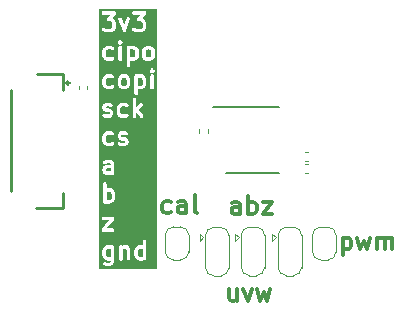
<source format=gbr>
%TF.GenerationSoftware,KiCad,Pcbnew,7.0.9*%
%TF.CreationDate,2024-01-18T20:35:56-05:00*%
%TF.ProjectId,mt6835-nema17,6d743638-3335-42d6-9e65-6d6131372e6b,rev?*%
%TF.SameCoordinates,PX85e0760PY599de50*%
%TF.FileFunction,Legend,Top*%
%TF.FilePolarity,Positive*%
%FSLAX46Y46*%
G04 Gerber Fmt 4.6, Leading zero omitted, Abs format (unit mm)*
G04 Created by KiCad (PCBNEW 7.0.9) date 2024-01-18 20:35:56*
%MOMM*%
%LPD*%
G01*
G04 APERTURE LIST*
%ADD10C,0.300000*%
%ADD11C,0.120000*%
%ADD12C,0.150000*%
%ADD13C,0.250000*%
G04 APERTURE END LIST*
D10*
X-6942632Y-6059400D02*
X-7085490Y-6130828D01*
X-7085490Y-6130828D02*
X-7371204Y-6130828D01*
X-7371204Y-6130828D02*
X-7514061Y-6059400D01*
X-7514061Y-6059400D02*
X-7585490Y-5987971D01*
X-7585490Y-5987971D02*
X-7656918Y-5845114D01*
X-7656918Y-5845114D02*
X-7656918Y-5416542D01*
X-7656918Y-5416542D02*
X-7585490Y-5273685D01*
X-7585490Y-5273685D02*
X-7514061Y-5202257D01*
X-7514061Y-5202257D02*
X-7371204Y-5130828D01*
X-7371204Y-5130828D02*
X-7085490Y-5130828D01*
X-7085490Y-5130828D02*
X-6942632Y-5202257D01*
X-5656918Y-6130828D02*
X-5656918Y-5345114D01*
X-5656918Y-5345114D02*
X-5728347Y-5202257D01*
X-5728347Y-5202257D02*
X-5871204Y-5130828D01*
X-5871204Y-5130828D02*
X-6156918Y-5130828D01*
X-6156918Y-5130828D02*
X-6299776Y-5202257D01*
X-5656918Y-6059400D02*
X-5799776Y-6130828D01*
X-5799776Y-6130828D02*
X-6156918Y-6130828D01*
X-6156918Y-6130828D02*
X-6299776Y-6059400D01*
X-6299776Y-6059400D02*
X-6371204Y-5916542D01*
X-6371204Y-5916542D02*
X-6371204Y-5773685D01*
X-6371204Y-5773685D02*
X-6299776Y-5630828D01*
X-6299776Y-5630828D02*
X-6156918Y-5559400D01*
X-6156918Y-5559400D02*
X-5799776Y-5559400D01*
X-5799776Y-5559400D02*
X-5656918Y-5487971D01*
X-4728347Y-6130828D02*
X-4871204Y-6059400D01*
X-4871204Y-6059400D02*
X-4942633Y-5916542D01*
X-4942633Y-5916542D02*
X-4942633Y-4630828D01*
X7594510Y-8200828D02*
X7594510Y-9700828D01*
X7594510Y-8272257D02*
X7737368Y-8200828D01*
X7737368Y-8200828D02*
X8023082Y-8200828D01*
X8023082Y-8200828D02*
X8165939Y-8272257D01*
X8165939Y-8272257D02*
X8237368Y-8343685D01*
X8237368Y-8343685D02*
X8308796Y-8486542D01*
X8308796Y-8486542D02*
X8308796Y-8915114D01*
X8308796Y-8915114D02*
X8237368Y-9057971D01*
X8237368Y-9057971D02*
X8165939Y-9129400D01*
X8165939Y-9129400D02*
X8023082Y-9200828D01*
X8023082Y-9200828D02*
X7737368Y-9200828D01*
X7737368Y-9200828D02*
X7594510Y-9129400D01*
X8808796Y-8200828D02*
X9094511Y-9200828D01*
X9094511Y-9200828D02*
X9380225Y-8486542D01*
X9380225Y-8486542D02*
X9665939Y-9200828D01*
X9665939Y-9200828D02*
X9951653Y-8200828D01*
X10523082Y-9200828D02*
X10523082Y-8200828D01*
X10523082Y-8343685D02*
X10594511Y-8272257D01*
X10594511Y-8272257D02*
X10737368Y-8200828D01*
X10737368Y-8200828D02*
X10951654Y-8200828D01*
X10951654Y-8200828D02*
X11094511Y-8272257D01*
X11094511Y-8272257D02*
X11165940Y-8415114D01*
X11165940Y-8415114D02*
X11165940Y-9200828D01*
X11165940Y-8415114D02*
X11237368Y-8272257D01*
X11237368Y-8272257D02*
X11380225Y-8200828D01*
X11380225Y-8200828D02*
X11594511Y-8200828D01*
X11594511Y-8200828D02*
X11737368Y-8272257D01*
X11737368Y-8272257D02*
X11808797Y-8415114D01*
X11808797Y-8415114D02*
X11808797Y-9200828D01*
X-1092632Y-6180828D02*
X-1092632Y-5395114D01*
X-1092632Y-5395114D02*
X-1164061Y-5252257D01*
X-1164061Y-5252257D02*
X-1306918Y-5180828D01*
X-1306918Y-5180828D02*
X-1592632Y-5180828D01*
X-1592632Y-5180828D02*
X-1735490Y-5252257D01*
X-1092632Y-6109400D02*
X-1235490Y-6180828D01*
X-1235490Y-6180828D02*
X-1592632Y-6180828D01*
X-1592632Y-6180828D02*
X-1735490Y-6109400D01*
X-1735490Y-6109400D02*
X-1806918Y-5966542D01*
X-1806918Y-5966542D02*
X-1806918Y-5823685D01*
X-1806918Y-5823685D02*
X-1735490Y-5680828D01*
X-1735490Y-5680828D02*
X-1592632Y-5609400D01*
X-1592632Y-5609400D02*
X-1235490Y-5609400D01*
X-1235490Y-5609400D02*
X-1092632Y-5537971D01*
X-378347Y-6180828D02*
X-378347Y-4680828D01*
X-378347Y-5252257D02*
X-235489Y-5180828D01*
X-235489Y-5180828D02*
X50225Y-5180828D01*
X50225Y-5180828D02*
X193082Y-5252257D01*
X193082Y-5252257D02*
X264511Y-5323685D01*
X264511Y-5323685D02*
X335939Y-5466542D01*
X335939Y-5466542D02*
X335939Y-5895114D01*
X335939Y-5895114D02*
X264511Y-6037971D01*
X264511Y-6037971D02*
X193082Y-6109400D01*
X193082Y-6109400D02*
X50225Y-6180828D01*
X50225Y-6180828D02*
X-235489Y-6180828D01*
X-235489Y-6180828D02*
X-378347Y-6109400D01*
X835939Y-5180828D02*
X1621654Y-5180828D01*
X1621654Y-5180828D02*
X835939Y-6180828D01*
X835939Y-6180828D02*
X1621654Y-6180828D01*
X-1372632Y-12550828D02*
X-1372632Y-13550828D01*
X-2015490Y-12550828D02*
X-2015490Y-13336542D01*
X-2015490Y-13336542D02*
X-1944061Y-13479400D01*
X-1944061Y-13479400D02*
X-1801204Y-13550828D01*
X-1801204Y-13550828D02*
X-1586918Y-13550828D01*
X-1586918Y-13550828D02*
X-1444061Y-13479400D01*
X-1444061Y-13479400D02*
X-1372632Y-13407971D01*
X-801204Y-12550828D02*
X-444061Y-13550828D01*
X-444061Y-13550828D02*
X-86918Y-12550828D01*
X341653Y-12550828D02*
X627368Y-13550828D01*
X627368Y-13550828D02*
X913082Y-12836542D01*
X913082Y-12836542D02*
X1198796Y-13550828D01*
X1198796Y-13550828D02*
X1484510Y-12550828D01*
G36*
X-12032632Y-9154962D02*
G01*
X-12032632Y-9826694D01*
X-12060899Y-9840828D01*
X-12275794Y-9840828D01*
X-12365208Y-9796121D01*
X-12402213Y-9759116D01*
X-12446918Y-9669704D01*
X-12446918Y-9311951D01*
X-12402213Y-9222540D01*
X-12365208Y-9185535D01*
X-12275794Y-9140828D01*
X-12060900Y-9140828D01*
X-12032632Y-9154962D01*
G37*
G36*
X-9318346Y-9154962D02*
G01*
X-9318346Y-9826694D01*
X-9346613Y-9840828D01*
X-9561508Y-9840828D01*
X-9650922Y-9796121D01*
X-9687927Y-9759116D01*
X-9732632Y-9669704D01*
X-9732632Y-9311951D01*
X-9687927Y-9222540D01*
X-9650922Y-9185535D01*
X-9561508Y-9140828D01*
X-9346614Y-9140828D01*
X-9318346Y-9154962D01*
G37*
G36*
X-12042914Y-4355535D02*
G01*
X-12005910Y-4392539D01*
X-11961204Y-4481951D01*
X-11961204Y-4839704D01*
X-12005911Y-4929117D01*
X-12042916Y-4966122D01*
X-12132328Y-5010828D01*
X-12347223Y-5010828D01*
X-12375490Y-4996694D01*
X-12375490Y-4324962D01*
X-12347222Y-4310828D01*
X-12132328Y-4310828D01*
X-12042914Y-4355535D01*
G37*
G36*
X-12032632Y-2581694D02*
G01*
X-12060899Y-2595828D01*
X-12347223Y-2595828D01*
X-12413686Y-2562597D01*
X-12446918Y-2496133D01*
X-12446918Y-2424094D01*
X-12413687Y-2357631D01*
X-12347223Y-2324400D01*
X-12032632Y-2324400D01*
X-12032632Y-2581694D01*
G37*
G36*
X-9400057Y5304465D02*
G01*
X-9363053Y5267461D01*
X-9318347Y5178049D01*
X-9318347Y4820296D01*
X-9363054Y4730883D01*
X-9400059Y4693878D01*
X-9489471Y4649172D01*
X-9704366Y4649172D01*
X-9732633Y4663306D01*
X-9732633Y5335038D01*
X-9704365Y5349172D01*
X-9489471Y5349172D01*
X-9400057Y5304465D01*
G37*
G36*
X-10757200Y5304465D02*
G01*
X-10720196Y5267461D01*
X-10675490Y5178049D01*
X-10675490Y4820296D01*
X-10720197Y4730883D01*
X-10757202Y4693878D01*
X-10846614Y4649172D01*
X-10990080Y4649172D01*
X-11079494Y4693879D01*
X-11116499Y4730884D01*
X-11161204Y4820296D01*
X-11161204Y5178049D01*
X-11116499Y5267460D01*
X-11079494Y5304465D01*
X-10990080Y5349172D01*
X-10846614Y5349172D01*
X-10757200Y5304465D01*
G37*
G36*
X-10042914Y7719465D02*
G01*
X-10005910Y7682461D01*
X-9961204Y7593049D01*
X-9961204Y7235296D01*
X-10005911Y7145883D01*
X-10042916Y7108878D01*
X-10132328Y7064172D01*
X-10347223Y7064172D01*
X-10375490Y7078306D01*
X-10375490Y7750038D01*
X-10347222Y7764172D01*
X-10132328Y7764172D01*
X-10042914Y7719465D01*
G37*
G36*
X-8685771Y7719465D02*
G01*
X-8648767Y7682461D01*
X-8604061Y7593049D01*
X-8604061Y7235296D01*
X-8648768Y7145883D01*
X-8685773Y7108878D01*
X-8775185Y7064172D01*
X-8918651Y7064172D01*
X-9008065Y7108879D01*
X-9045070Y7145884D01*
X-9089775Y7235296D01*
X-9089775Y7593049D01*
X-9045070Y7682460D01*
X-9008065Y7719465D01*
X-8918651Y7764172D01*
X-8775185Y7764172D01*
X-8685771Y7719465D01*
G37*
G36*
X-8089775Y-10855114D02*
G01*
X-13032633Y-10855114D01*
X-13032633Y-9705114D01*
X-12746918Y-9705114D01*
X-12737995Y-9738417D01*
X-12731082Y-9772196D01*
X-12659654Y-9915053D01*
X-12643631Y-9933122D01*
X-12631556Y-9954037D01*
X-12560127Y-10025466D01*
X-12539213Y-10037540D01*
X-12521143Y-10053564D01*
X-12378285Y-10124992D01*
X-12344510Y-10131903D01*
X-12311204Y-10140828D01*
X-12032632Y-10140828D01*
X-12032632Y-10169703D01*
X-12077339Y-10259116D01*
X-12114345Y-10296122D01*
X-12203757Y-10340828D01*
X-12347223Y-10340828D01*
X-12458409Y-10285236D01*
X-12534478Y-10269669D01*
X-12608139Y-10294224D01*
X-12659654Y-10352319D01*
X-12675221Y-10428388D01*
X-12650666Y-10502049D01*
X-12592571Y-10553564D01*
X-12449713Y-10624993D01*
X-12415929Y-10631906D01*
X-12382632Y-10640828D01*
X-12168347Y-10640828D01*
X-12135044Y-10631904D01*
X-12101265Y-10624992D01*
X-11958408Y-10553564D01*
X-11940339Y-10537540D01*
X-11919424Y-10525466D01*
X-11847995Y-10454037D01*
X-11835920Y-10433121D01*
X-11819897Y-10415053D01*
X-11748468Y-10272197D01*
X-11741555Y-10238414D01*
X-11732632Y-10205114D01*
X-11732632Y-9990828D01*
X-11318347Y-9990828D01*
X-11298251Y-10065828D01*
X-11243347Y-10120732D01*
X-11168347Y-10140828D01*
X-11093347Y-10120732D01*
X-11038443Y-10065828D01*
X-11018347Y-9990828D01*
X-11018347Y-9195817D01*
X-11008065Y-9185535D01*
X-10918651Y-9140828D01*
X-10775185Y-9140828D01*
X-10708721Y-9174060D01*
X-10675489Y-9240524D01*
X-10675489Y-9990828D01*
X-10655393Y-10065828D01*
X-10600489Y-10120732D01*
X-10525489Y-10140828D01*
X-10450489Y-10120732D01*
X-10395585Y-10065828D01*
X-10375489Y-9990828D01*
X-10375489Y-9705114D01*
X-10032632Y-9705114D01*
X-10023709Y-9738417D01*
X-10016796Y-9772196D01*
X-9945368Y-9915053D01*
X-9929345Y-9933122D01*
X-9917270Y-9954037D01*
X-9845841Y-10025466D01*
X-9824927Y-10037540D01*
X-9806857Y-10053564D01*
X-9663999Y-10124992D01*
X-9630224Y-10131903D01*
X-9596918Y-10140828D01*
X-9311204Y-10140828D01*
X-9277899Y-10131903D01*
X-9244123Y-10124992D01*
X-9238305Y-10122082D01*
X-9168346Y-10140828D01*
X-9093346Y-10120732D01*
X-9038442Y-10065828D01*
X-9018346Y-9990828D01*
X-9018346Y-8490828D01*
X-9038442Y-8415828D01*
X-9093346Y-8360924D01*
X-9168346Y-8340828D01*
X-9243346Y-8360924D01*
X-9298250Y-8415828D01*
X-9318346Y-8490828D01*
X-9318346Y-8840828D01*
X-9596918Y-8840828D01*
X-9630219Y-8849750D01*
X-9664001Y-8856664D01*
X-9806857Y-8928093D01*
X-9824926Y-8944115D01*
X-9845840Y-8956190D01*
X-9917269Y-9027618D01*
X-9929345Y-9048533D01*
X-9945368Y-9066603D01*
X-10016796Y-9209460D01*
X-10023709Y-9243238D01*
X-10032632Y-9276542D01*
X-10032632Y-9705114D01*
X-10375489Y-9705114D01*
X-10375489Y-9205114D01*
X-10384412Y-9171813D01*
X-10391325Y-9138031D01*
X-10462754Y-8995175D01*
X-10468841Y-8988311D01*
X-10471741Y-8979609D01*
X-10494282Y-8959620D01*
X-10514270Y-8937080D01*
X-10522973Y-8934179D01*
X-10529836Y-8928093D01*
X-10672693Y-8856664D01*
X-10706474Y-8849751D01*
X-10739775Y-8840828D01*
X-10954061Y-8840828D01*
X-10987362Y-8849750D01*
X-11021144Y-8856664D01*
X-11072120Y-8882151D01*
X-11093347Y-8860924D01*
X-11168347Y-8840828D01*
X-11243347Y-8860924D01*
X-11298251Y-8915828D01*
X-11318347Y-8990828D01*
X-11318347Y-9990828D01*
X-11732632Y-9990828D01*
X-11732632Y-8990828D01*
X-11752728Y-8915828D01*
X-11807632Y-8860924D01*
X-11882632Y-8840828D01*
X-11952590Y-8859573D01*
X-11958408Y-8856664D01*
X-11992189Y-8849751D01*
X-12025490Y-8840828D01*
X-12311204Y-8840828D01*
X-12344505Y-8849750D01*
X-12378287Y-8856664D01*
X-12521143Y-8928093D01*
X-12539212Y-8944115D01*
X-12560126Y-8956190D01*
X-12631555Y-9027618D01*
X-12643631Y-9048533D01*
X-12659654Y-9066603D01*
X-12731082Y-9209460D01*
X-12737995Y-9243238D01*
X-12746918Y-9276542D01*
X-12746918Y-9705114D01*
X-13032633Y-9705114D01*
X-13032633Y-7575828D01*
X-12818347Y-7575828D01*
X-12810973Y-7603348D01*
X-12807578Y-7631637D01*
X-12801064Y-7640331D01*
X-12798251Y-7650828D01*
X-12778104Y-7670975D01*
X-12761020Y-7693776D01*
X-12751031Y-7698048D01*
X-12743347Y-7705732D01*
X-12715830Y-7713105D01*
X-12689631Y-7724311D01*
X-12678842Y-7723016D01*
X-12668347Y-7725828D01*
X-11882632Y-7725828D01*
X-11807632Y-7705732D01*
X-11752728Y-7650828D01*
X-11732632Y-7575828D01*
X-11752728Y-7500828D01*
X-11807632Y-7445924D01*
X-11882632Y-7425828D01*
X-12359727Y-7425828D01*
X-11764684Y-6668501D01*
X-11760412Y-6658511D01*
X-11752728Y-6650828D01*
X-11745355Y-6623310D01*
X-11734149Y-6597112D01*
X-11735444Y-6586322D01*
X-11732632Y-6575828D01*
X-11740007Y-6548307D01*
X-11743401Y-6520019D01*
X-11749916Y-6511324D01*
X-11752728Y-6500828D01*
X-11772876Y-6480680D01*
X-11789959Y-6457880D01*
X-11799949Y-6453607D01*
X-11807632Y-6445924D01*
X-11835150Y-6438550D01*
X-11861348Y-6427345D01*
X-11872138Y-6428639D01*
X-11882632Y-6425828D01*
X-12668347Y-6425828D01*
X-12743347Y-6445924D01*
X-12798251Y-6500828D01*
X-12818347Y-6575828D01*
X-12798251Y-6650828D01*
X-12743347Y-6705732D01*
X-12668347Y-6725828D01*
X-12191252Y-6725828D01*
X-12786295Y-7483155D01*
X-12790568Y-7493144D01*
X-12798251Y-7500828D01*
X-12805625Y-7528345D01*
X-12816830Y-7554544D01*
X-12815536Y-7565333D01*
X-12818347Y-7575828D01*
X-13032633Y-7575828D01*
X-13032633Y-5160828D01*
X-12675490Y-5160828D01*
X-12655394Y-5235828D01*
X-12600490Y-5290732D01*
X-12525490Y-5310828D01*
X-12455533Y-5292083D01*
X-12449713Y-5294993D01*
X-12415929Y-5301906D01*
X-12382632Y-5310828D01*
X-12096918Y-5310828D01*
X-12063615Y-5301904D01*
X-12029836Y-5294992D01*
X-11886979Y-5223564D01*
X-11868910Y-5207540D01*
X-11847995Y-5195466D01*
X-11776566Y-5124037D01*
X-11764492Y-5103122D01*
X-11748468Y-5085053D01*
X-11677040Y-4942195D01*
X-11670129Y-4908419D01*
X-11661204Y-4875114D01*
X-11661204Y-4446542D01*
X-11670129Y-4413236D01*
X-11677040Y-4379461D01*
X-11748468Y-4236603D01*
X-11764492Y-4218533D01*
X-11776567Y-4197618D01*
X-11847996Y-4126190D01*
X-11868911Y-4114115D01*
X-11886979Y-4098093D01*
X-12029836Y-4026664D01*
X-12063617Y-4019751D01*
X-12096918Y-4010828D01*
X-12375490Y-4010828D01*
X-12375490Y-3660828D01*
X-12395586Y-3585828D01*
X-12450490Y-3530924D01*
X-12525490Y-3510828D01*
X-12600490Y-3530924D01*
X-12655394Y-3585828D01*
X-12675490Y-3660828D01*
X-12675490Y-5160828D01*
X-13032633Y-5160828D01*
X-13032633Y-2531542D01*
X-12746918Y-2531542D01*
X-12737994Y-2564847D01*
X-12731082Y-2598623D01*
X-12659654Y-2741482D01*
X-12653567Y-2748346D01*
X-12650666Y-2757049D01*
X-12628131Y-2777032D01*
X-12608139Y-2799577D01*
X-12599434Y-2802478D01*
X-12592571Y-2808564D01*
X-12449713Y-2879993D01*
X-12415929Y-2886906D01*
X-12382632Y-2895828D01*
X-12025490Y-2895828D01*
X-11992185Y-2886903D01*
X-11958409Y-2879992D01*
X-11952591Y-2877082D01*
X-11882632Y-2895828D01*
X-11807632Y-2875732D01*
X-11752728Y-2820828D01*
X-11732632Y-2745828D01*
X-11732632Y-1960114D01*
X-11741555Y-1926813D01*
X-11748468Y-1893031D01*
X-11819897Y-1750175D01*
X-11825984Y-1743311D01*
X-11828884Y-1734609D01*
X-11851425Y-1714620D01*
X-11871413Y-1692080D01*
X-11880116Y-1689179D01*
X-11886979Y-1683093D01*
X-12029836Y-1611664D01*
X-12063617Y-1604751D01*
X-12096918Y-1595828D01*
X-12382632Y-1595828D01*
X-12415934Y-1604751D01*
X-12449714Y-1611664D01*
X-12592572Y-1683093D01*
X-12650667Y-1734608D01*
X-12675221Y-1808270D01*
X-12659654Y-1884339D01*
X-12608139Y-1942434D01*
X-12534477Y-1966988D01*
X-12458408Y-1951421D01*
X-12347222Y-1895828D01*
X-12132328Y-1895828D01*
X-12065864Y-1929060D01*
X-12032632Y-1995524D01*
X-12032632Y-2010266D01*
X-12060900Y-2024400D01*
X-12382632Y-2024400D01*
X-12415929Y-2033321D01*
X-12449713Y-2040235D01*
X-12592571Y-2111664D01*
X-12599434Y-2117749D01*
X-12608139Y-2120651D01*
X-12628131Y-2143195D01*
X-12650666Y-2163179D01*
X-12653567Y-2171881D01*
X-12659654Y-2178746D01*
X-12731082Y-2321603D01*
X-12737995Y-2355381D01*
X-12746918Y-2388685D01*
X-12746918Y-2531542D01*
X-13032633Y-2531542D01*
X-13032633Y-45114D01*
X-12746918Y-45114D01*
X-12737995Y-78417D01*
X-12731082Y-112196D01*
X-12659654Y-255053D01*
X-12643631Y-273122D01*
X-12631556Y-294037D01*
X-12560127Y-365466D01*
X-12539213Y-377540D01*
X-12521143Y-393564D01*
X-12378285Y-464992D01*
X-12344510Y-471903D01*
X-12311204Y-480828D01*
X-12025490Y-480828D01*
X-11992185Y-471903D01*
X-11958409Y-464992D01*
X-11815550Y-393564D01*
X-11757455Y-342049D01*
X-11732901Y-268388D01*
X-11748467Y-192319D01*
X-11799982Y-134223D01*
X-11873644Y-109669D01*
X-11949713Y-125235D01*
X-12060899Y-180828D01*
X-12275794Y-180828D01*
X-12365208Y-136121D01*
X-12402213Y-99116D01*
X-12446918Y-9704D01*
X-12446918Y348049D01*
X-12429214Y383458D01*
X-11461204Y383458D01*
X-11452280Y350153D01*
X-11445368Y316377D01*
X-11373940Y173518D01*
X-11367853Y166654D01*
X-11364952Y157951D01*
X-11342417Y137968D01*
X-11322425Y115423D01*
X-11313720Y112522D01*
X-11306857Y106436D01*
X-11163999Y35007D01*
X-11130215Y28094D01*
X-11096918Y19172D01*
X-10918043Y19172D01*
X-10851579Y-14060D01*
X-10818347Y-80524D01*
X-10818347Y-81132D01*
X-10851580Y-147596D01*
X-10918043Y-180828D01*
X-11132937Y-180828D01*
X-11244122Y-125236D01*
X-11320192Y-109669D01*
X-11393853Y-134223D01*
X-11445368Y-192318D01*
X-11460935Y-268388D01*
X-11436381Y-342049D01*
X-11378286Y-393564D01*
X-11235428Y-464992D01*
X-11201653Y-471903D01*
X-11168347Y-480828D01*
X-10882633Y-480828D01*
X-10849330Y-471904D01*
X-10815551Y-464992D01*
X-10672694Y-393564D01*
X-10665832Y-387478D01*
X-10657127Y-384577D01*
X-10637140Y-362036D01*
X-10614599Y-342049D01*
X-10611698Y-333344D01*
X-10605612Y-326482D01*
X-10534183Y-183624D01*
X-10527271Y-149843D01*
X-10518347Y-116542D01*
X-10518347Y-45114D01*
X-10527270Y-11813D01*
X-10534183Y21969D01*
X-10605612Y164825D01*
X-10611699Y171689D01*
X-10614599Y180391D01*
X-10637140Y200380D01*
X-10657128Y222920D01*
X-10665831Y225821D01*
X-10672694Y231907D01*
X-10815551Y303336D01*
X-10849332Y310249D01*
X-10882633Y319172D01*
X-11061509Y319172D01*
X-11127972Y352403D01*
X-11161204Y418867D01*
X-11161204Y419477D01*
X-11127973Y485940D01*
X-11061508Y519172D01*
X-10918043Y519172D01*
X-10806859Y463579D01*
X-10730789Y448012D01*
X-10657128Y472566D01*
X-10605612Y530661D01*
X-10590045Y606730D01*
X-10614599Y680391D01*
X-10672694Y731907D01*
X-10815551Y803336D01*
X-10849332Y810249D01*
X-10882633Y819172D01*
X-11096918Y819172D01*
X-11130220Y810249D01*
X-11164000Y803336D01*
X-11306858Y731907D01*
X-11313721Y725822D01*
X-11322425Y722920D01*
X-11342413Y700380D01*
X-11364953Y680392D01*
X-11367855Y671688D01*
X-11373940Y664825D01*
X-11445368Y521968D01*
X-11452281Y488190D01*
X-11461204Y454886D01*
X-11461204Y383458D01*
X-12429214Y383458D01*
X-12402213Y437460D01*
X-12365208Y474465D01*
X-12275794Y519172D01*
X-12060900Y519172D01*
X-11949714Y463579D01*
X-11873645Y448012D01*
X-11799983Y472566D01*
X-11748468Y530661D01*
X-11732901Y606730D01*
X-11757455Y680392D01*
X-11815550Y731907D01*
X-11958408Y803336D01*
X-11992189Y810249D01*
X-12025490Y819172D01*
X-12311204Y819172D01*
X-12344505Y810250D01*
X-12378287Y803336D01*
X-12521143Y731907D01*
X-12539212Y715885D01*
X-12560126Y703810D01*
X-12631555Y632382D01*
X-12643631Y611467D01*
X-12659654Y593397D01*
X-12731082Y450540D01*
X-12737995Y416762D01*
X-12746918Y383458D01*
X-12746918Y-45114D01*
X-13032633Y-45114D01*
X-13032633Y2798458D01*
X-12746918Y2798458D01*
X-12737994Y2765153D01*
X-12731082Y2731377D01*
X-12659654Y2588518D01*
X-12653567Y2581654D01*
X-12650666Y2572951D01*
X-12628131Y2552968D01*
X-12608139Y2530423D01*
X-12599434Y2527522D01*
X-12592571Y2521436D01*
X-12449713Y2450007D01*
X-12415929Y2443094D01*
X-12382632Y2434172D01*
X-12203757Y2434172D01*
X-12137293Y2400940D01*
X-12104061Y2334476D01*
X-12104061Y2333868D01*
X-12137294Y2267404D01*
X-12203757Y2234172D01*
X-12418651Y2234172D01*
X-12529836Y2289764D01*
X-12605906Y2305331D01*
X-12679567Y2280777D01*
X-12731082Y2222682D01*
X-12746649Y2146612D01*
X-12722095Y2072951D01*
X-12664000Y2021436D01*
X-12521142Y1950008D01*
X-12487367Y1943097D01*
X-12454061Y1934172D01*
X-12168347Y1934172D01*
X-12135044Y1943096D01*
X-12101265Y1950008D01*
X-11958408Y2021436D01*
X-11951546Y2027522D01*
X-11942841Y2030423D01*
X-11922854Y2052964D01*
X-11900313Y2072951D01*
X-11897412Y2081656D01*
X-11891326Y2088518D01*
X-11819897Y2231376D01*
X-11812985Y2265157D01*
X-11804061Y2298458D01*
X-11804061Y2369886D01*
X-11532632Y2369886D01*
X-11523709Y2336583D01*
X-11516796Y2302804D01*
X-11445368Y2159947D01*
X-11429345Y2141878D01*
X-11417270Y2120963D01*
X-11345841Y2049534D01*
X-11324927Y2037460D01*
X-11306857Y2021436D01*
X-11163999Y1950008D01*
X-11130224Y1943097D01*
X-11096918Y1934172D01*
X-10811204Y1934172D01*
X-10777899Y1943097D01*
X-10744123Y1950008D01*
X-10601264Y2021436D01*
X-10543169Y2072951D01*
X-10539429Y2084172D01*
X-10175490Y2084172D01*
X-10155394Y2009172D01*
X-10100490Y1954268D01*
X-10025490Y1934172D01*
X-9950490Y1954268D01*
X-9895586Y2009172D01*
X-9875490Y2084172D01*
X-9875490Y2396078D01*
X-9574061Y1994172D01*
X-9512984Y1946230D01*
X-9436119Y1935249D01*
X-9364061Y1964172D01*
X-9316119Y2025249D01*
X-9305138Y2102114D01*
X-9334061Y2174172D01*
X-9684576Y2641526D01*
X-9347995Y2978106D01*
X-9309172Y3045349D01*
X-9309172Y3122995D01*
X-9347995Y3190238D01*
X-9415238Y3229061D01*
X-9492884Y3229061D01*
X-9560127Y3190238D01*
X-9875490Y2874875D01*
X-9875490Y3584172D01*
X-9895586Y3659172D01*
X-9950490Y3714076D01*
X-10025490Y3734172D01*
X-10100490Y3714076D01*
X-10155394Y3659172D01*
X-10175490Y3584172D01*
X-10175490Y2084172D01*
X-10539429Y2084172D01*
X-10518615Y2146612D01*
X-10534181Y2222681D01*
X-10585696Y2280777D01*
X-10659358Y2305331D01*
X-10735427Y2289765D01*
X-10846613Y2234172D01*
X-11061508Y2234172D01*
X-11150922Y2278879D01*
X-11187927Y2315884D01*
X-11232632Y2405296D01*
X-11232632Y2763049D01*
X-11187927Y2852460D01*
X-11150922Y2889465D01*
X-11061508Y2934172D01*
X-10846614Y2934172D01*
X-10735428Y2878579D01*
X-10659359Y2863012D01*
X-10585697Y2887566D01*
X-10534182Y2945661D01*
X-10518615Y3021730D01*
X-10543169Y3095392D01*
X-10601264Y3146907D01*
X-10744122Y3218336D01*
X-10777903Y3225249D01*
X-10811204Y3234172D01*
X-11096918Y3234172D01*
X-11130219Y3225250D01*
X-11164001Y3218336D01*
X-11306857Y3146907D01*
X-11324926Y3130885D01*
X-11345840Y3118810D01*
X-11417269Y3047382D01*
X-11429345Y3026467D01*
X-11445368Y3008397D01*
X-11516796Y2865540D01*
X-11523709Y2831762D01*
X-11532632Y2798458D01*
X-11532632Y2369886D01*
X-11804061Y2369886D01*
X-11812984Y2403187D01*
X-11819897Y2436969D01*
X-11891326Y2579825D01*
X-11897413Y2586689D01*
X-11900313Y2595391D01*
X-11922854Y2615380D01*
X-11942842Y2637920D01*
X-11951545Y2640821D01*
X-11958408Y2646907D01*
X-12101265Y2718336D01*
X-12135046Y2725249D01*
X-12168347Y2734172D01*
X-12347223Y2734172D01*
X-12413686Y2767403D01*
X-12446918Y2833867D01*
X-12446918Y2834477D01*
X-12413687Y2900940D01*
X-12347222Y2934172D01*
X-12203757Y2934172D01*
X-12092573Y2878579D01*
X-12016503Y2863012D01*
X-11942842Y2887566D01*
X-11891326Y2945661D01*
X-11875759Y3021730D01*
X-11900313Y3095391D01*
X-11958408Y3146907D01*
X-12101265Y3218336D01*
X-12135046Y3225249D01*
X-12168347Y3234172D01*
X-12382632Y3234172D01*
X-12415934Y3225249D01*
X-12449714Y3218336D01*
X-12592572Y3146907D01*
X-12599435Y3140822D01*
X-12608139Y3137920D01*
X-12628127Y3115380D01*
X-12650667Y3095392D01*
X-12653569Y3086688D01*
X-12659654Y3079825D01*
X-12731082Y2936968D01*
X-12737995Y2903190D01*
X-12746918Y2869886D01*
X-12746918Y2798458D01*
X-13032633Y2798458D01*
X-13032633Y3999172D01*
X-10032633Y3999172D01*
X-10012537Y3924172D01*
X-9957633Y3869268D01*
X-9882633Y3849172D01*
X-9807633Y3869268D01*
X-9752729Y3924172D01*
X-9732633Y3999172D01*
X-9732633Y4349172D01*
X-9454061Y4349172D01*
X-9420758Y4358096D01*
X-9386979Y4365008D01*
X-9244122Y4436436D01*
X-9226053Y4452460D01*
X-9205138Y4464534D01*
X-9170500Y4499172D01*
X-8675490Y4499172D01*
X-8655394Y4424172D01*
X-8600490Y4369268D01*
X-8525490Y4349172D01*
X-8450490Y4369268D01*
X-8395586Y4424172D01*
X-8375490Y4499172D01*
X-8375490Y5499172D01*
X-8395586Y5574172D01*
X-8450490Y5629076D01*
X-8525490Y5649172D01*
X-8600490Y5629076D01*
X-8655394Y5574172D01*
X-8675490Y5499172D01*
X-8675490Y4499172D01*
X-9170500Y4499172D01*
X-9133709Y4535963D01*
X-9121635Y4556878D01*
X-9105611Y4574947D01*
X-9034183Y4717805D01*
X-9027272Y4751581D01*
X-9018347Y4784886D01*
X-9018347Y5213458D01*
X-9027272Y5246764D01*
X-9034183Y5280539D01*
X-9105611Y5423397D01*
X-9121635Y5441467D01*
X-9133710Y5462382D01*
X-9205139Y5533810D01*
X-9226054Y5545885D01*
X-9244122Y5561907D01*
X-9386979Y5633336D01*
X-9420760Y5640249D01*
X-9454061Y5649172D01*
X-9739775Y5649172D01*
X-9773077Y5640249D01*
X-9806857Y5633336D01*
X-9812676Y5630427D01*
X-9882633Y5649172D01*
X-9957633Y5629076D01*
X-10012537Y5574172D01*
X-10032633Y5499172D01*
X-10032633Y3999172D01*
X-13032633Y3999172D01*
X-13032633Y4784886D01*
X-12746918Y4784886D01*
X-12737995Y4751583D01*
X-12731082Y4717804D01*
X-12659654Y4574947D01*
X-12643631Y4556878D01*
X-12631556Y4535963D01*
X-12560127Y4464534D01*
X-12539213Y4452460D01*
X-12521143Y4436436D01*
X-12378285Y4365008D01*
X-12344510Y4358097D01*
X-12311204Y4349172D01*
X-12025490Y4349172D01*
X-11992185Y4358097D01*
X-11958409Y4365008D01*
X-11815550Y4436436D01*
X-11757455Y4487951D01*
X-11732901Y4561612D01*
X-11748467Y4637681D01*
X-11799982Y4695777D01*
X-11873644Y4720331D01*
X-11949713Y4704765D01*
X-12060899Y4649172D01*
X-12275794Y4649172D01*
X-12365208Y4693879D01*
X-12402213Y4730884D01*
X-12429213Y4784886D01*
X-11461204Y4784886D01*
X-11452281Y4751583D01*
X-11445368Y4717804D01*
X-11373940Y4574947D01*
X-11357917Y4556878D01*
X-11345842Y4535963D01*
X-11274413Y4464534D01*
X-11253499Y4452460D01*
X-11235429Y4436436D01*
X-11092571Y4365008D01*
X-11058796Y4358097D01*
X-11025490Y4349172D01*
X-10811204Y4349172D01*
X-10777901Y4358096D01*
X-10744122Y4365008D01*
X-10601265Y4436436D01*
X-10583196Y4452460D01*
X-10562281Y4464534D01*
X-10490852Y4535963D01*
X-10478778Y4556878D01*
X-10462754Y4574947D01*
X-10391326Y4717805D01*
X-10384415Y4751581D01*
X-10375490Y4784886D01*
X-10375490Y5213458D01*
X-10384415Y5246764D01*
X-10391326Y5280539D01*
X-10462754Y5423397D01*
X-10478778Y5441467D01*
X-10490853Y5462382D01*
X-10562282Y5533810D01*
X-10583197Y5545885D01*
X-10601265Y5561907D01*
X-10744122Y5633336D01*
X-10777903Y5640249D01*
X-10811204Y5649172D01*
X-11025490Y5649172D01*
X-11058791Y5640250D01*
X-11092573Y5633336D01*
X-11235429Y5561907D01*
X-11253498Y5545885D01*
X-11274412Y5533810D01*
X-11345841Y5462382D01*
X-11357917Y5441467D01*
X-11373940Y5423397D01*
X-11445368Y5280540D01*
X-11452281Y5246762D01*
X-11461204Y5213458D01*
X-11461204Y4784886D01*
X-12429213Y4784886D01*
X-12446918Y4820296D01*
X-12446918Y5178049D01*
X-12402213Y5267460D01*
X-12365208Y5304465D01*
X-12275794Y5349172D01*
X-12060900Y5349172D01*
X-11949714Y5293579D01*
X-11873645Y5278012D01*
X-11799983Y5302566D01*
X-11748468Y5360661D01*
X-11732901Y5436730D01*
X-11757455Y5510392D01*
X-11815550Y5561907D01*
X-11958408Y5633336D01*
X-11992189Y5640249D01*
X-12025490Y5649172D01*
X-12311204Y5649172D01*
X-12344505Y5640250D01*
X-12378287Y5633336D01*
X-12521143Y5561907D01*
X-12539212Y5545885D01*
X-12560126Y5533810D01*
X-12631555Y5462382D01*
X-12643631Y5441467D01*
X-12659654Y5423397D01*
X-12731082Y5280540D01*
X-12737995Y5246762D01*
X-12746918Y5213458D01*
X-12746918Y4784886D01*
X-13032633Y4784886D01*
X-13032633Y5888919D01*
X-8741807Y5888919D01*
X-8722982Y5856315D01*
X-8702984Y5821677D01*
X-8631556Y5750249D01*
X-8631554Y5750248D01*
X-8614455Y5740376D01*
X-8600490Y5726411D01*
X-8581417Y5721301D01*
X-8564314Y5711426D01*
X-8564313Y5711426D01*
X-8544565Y5711426D01*
X-8525490Y5706315D01*
X-8506415Y5711426D01*
X-8486667Y5711426D01*
X-8469565Y5721300D01*
X-8450490Y5726411D01*
X-8436527Y5740375D01*
X-8419425Y5750248D01*
X-8347996Y5821676D01*
X-8347994Y5821678D01*
X-8327997Y5856315D01*
X-8309172Y5888919D01*
X-8309172Y5966565D01*
X-8309172Y5966566D01*
X-8347995Y6033809D01*
X-8419424Y6105238D01*
X-8419425Y6105239D01*
X-8436527Y6115113D01*
X-8450490Y6129076D01*
X-8469565Y6134188D01*
X-8486667Y6144061D01*
X-8486668Y6144061D01*
X-8506415Y6144061D01*
X-8525490Y6149172D01*
X-8544565Y6144061D01*
X-8564314Y6144061D01*
X-8581417Y6134187D01*
X-8600490Y6129076D01*
X-8614455Y6115112D01*
X-8631556Y6105238D01*
X-8631557Y6105238D01*
X-8631557Y6105237D01*
X-8702984Y6033809D01*
X-8741807Y5966566D01*
X-8741807Y5966565D01*
X-8741807Y5888919D01*
X-13032633Y5888919D01*
X-13032633Y6414172D01*
X-10675490Y6414172D01*
X-10655394Y6339172D01*
X-10600490Y6284268D01*
X-10525490Y6264172D01*
X-10450490Y6284268D01*
X-10395586Y6339172D01*
X-10375490Y6414172D01*
X-10375490Y6764172D01*
X-10096918Y6764172D01*
X-10063615Y6773096D01*
X-10029836Y6780008D01*
X-9886979Y6851436D01*
X-9868910Y6867460D01*
X-9847995Y6879534D01*
X-9776566Y6950963D01*
X-9764492Y6971878D01*
X-9748468Y6989947D01*
X-9677040Y7132805D01*
X-9670129Y7166581D01*
X-9661204Y7199886D01*
X-9389775Y7199886D01*
X-9380852Y7166583D01*
X-9373939Y7132804D01*
X-9302511Y6989947D01*
X-9286488Y6971878D01*
X-9274413Y6950963D01*
X-9202984Y6879534D01*
X-9182070Y6867460D01*
X-9164000Y6851436D01*
X-9021142Y6780008D01*
X-8987367Y6773097D01*
X-8954061Y6764172D01*
X-8739775Y6764172D01*
X-8706472Y6773096D01*
X-8672693Y6780008D01*
X-8529836Y6851436D01*
X-8511767Y6867460D01*
X-8490852Y6879534D01*
X-8419423Y6950963D01*
X-8407349Y6971878D01*
X-8391325Y6989947D01*
X-8319897Y7132805D01*
X-8312986Y7166581D01*
X-8304061Y7199886D01*
X-8304061Y7628458D01*
X-8312986Y7661764D01*
X-8319897Y7695539D01*
X-8391325Y7838397D01*
X-8407349Y7856467D01*
X-8419424Y7877382D01*
X-8490853Y7948810D01*
X-8511768Y7960885D01*
X-8529836Y7976907D01*
X-8672693Y8048336D01*
X-8706474Y8055249D01*
X-8739775Y8064172D01*
X-8954061Y8064172D01*
X-8987362Y8055250D01*
X-9021144Y8048336D01*
X-9164000Y7976907D01*
X-9182069Y7960885D01*
X-9202983Y7948810D01*
X-9274412Y7877382D01*
X-9286488Y7856467D01*
X-9302511Y7838397D01*
X-9373939Y7695540D01*
X-9380852Y7661762D01*
X-9389775Y7628458D01*
X-9389775Y7199886D01*
X-9661204Y7199886D01*
X-9661204Y7628458D01*
X-9670129Y7661764D01*
X-9677040Y7695539D01*
X-9748468Y7838397D01*
X-9764492Y7856467D01*
X-9776567Y7877382D01*
X-9847996Y7948810D01*
X-9868911Y7960885D01*
X-9886979Y7976907D01*
X-10029836Y8048336D01*
X-10063617Y8055249D01*
X-10096918Y8064172D01*
X-10382632Y8064172D01*
X-10415934Y8055249D01*
X-10449714Y8048336D01*
X-10455533Y8045427D01*
X-10525490Y8064172D01*
X-10600490Y8044076D01*
X-10655394Y7989172D01*
X-10675490Y7914172D01*
X-10675490Y6414172D01*
X-13032633Y6414172D01*
X-13032633Y7199886D01*
X-12746918Y7199886D01*
X-12737995Y7166583D01*
X-12731082Y7132804D01*
X-12659654Y6989947D01*
X-12643631Y6971878D01*
X-12631556Y6950963D01*
X-12560127Y6879534D01*
X-12539213Y6867460D01*
X-12521143Y6851436D01*
X-12378285Y6780008D01*
X-12344510Y6773097D01*
X-12311204Y6764172D01*
X-12025490Y6764172D01*
X-11992185Y6773097D01*
X-11958409Y6780008D01*
X-11815550Y6851436D01*
X-11757455Y6902951D01*
X-11753715Y6914172D01*
X-11389776Y6914172D01*
X-11369680Y6839172D01*
X-11314776Y6784268D01*
X-11239776Y6764172D01*
X-11164776Y6784268D01*
X-11109872Y6839172D01*
X-11089776Y6914172D01*
X-11089776Y7914172D01*
X-11109872Y7989172D01*
X-11164776Y8044076D01*
X-11239776Y8064172D01*
X-11314776Y8044076D01*
X-11369680Y7989172D01*
X-11389776Y7914172D01*
X-11389776Y6914172D01*
X-11753715Y6914172D01*
X-11732901Y6976612D01*
X-11748467Y7052681D01*
X-11799982Y7110777D01*
X-11873644Y7135331D01*
X-11949713Y7119765D01*
X-12060899Y7064172D01*
X-12275794Y7064172D01*
X-12365208Y7108879D01*
X-12402213Y7145884D01*
X-12446918Y7235296D01*
X-12446918Y7593049D01*
X-12402213Y7682460D01*
X-12365208Y7719465D01*
X-12275794Y7764172D01*
X-12060900Y7764172D01*
X-11949714Y7708579D01*
X-11873645Y7693012D01*
X-11799983Y7717566D01*
X-11748468Y7775661D01*
X-11732901Y7851730D01*
X-11757455Y7925392D01*
X-11815550Y7976907D01*
X-11958408Y8048336D01*
X-11992189Y8055249D01*
X-12025490Y8064172D01*
X-12311204Y8064172D01*
X-12344505Y8055250D01*
X-12378287Y8048336D01*
X-12521143Y7976907D01*
X-12539212Y7960885D01*
X-12560126Y7948810D01*
X-12631555Y7877382D01*
X-12643631Y7856467D01*
X-12659654Y7838397D01*
X-12731082Y7695540D01*
X-12737995Y7661762D01*
X-12746918Y7628458D01*
X-12746918Y7199886D01*
X-13032633Y7199886D01*
X-13032633Y8303919D01*
X-11456093Y8303919D01*
X-11437268Y8271315D01*
X-11417270Y8236677D01*
X-11345842Y8165249D01*
X-11345840Y8165248D01*
X-11328741Y8155376D01*
X-11314776Y8141411D01*
X-11295703Y8136301D01*
X-11278600Y8126426D01*
X-11278599Y8126426D01*
X-11258851Y8126426D01*
X-11239776Y8121315D01*
X-11220701Y8126426D01*
X-11200953Y8126426D01*
X-11183851Y8136300D01*
X-11164776Y8141411D01*
X-11150813Y8155375D01*
X-11133711Y8165248D01*
X-11062282Y8236676D01*
X-11062280Y8236678D01*
X-11042283Y8271315D01*
X-11023458Y8303919D01*
X-11023458Y8381565D01*
X-11023458Y8381566D01*
X-11062281Y8448809D01*
X-11133710Y8520238D01*
X-11133711Y8520239D01*
X-11150813Y8530113D01*
X-11164776Y8544076D01*
X-11183851Y8549188D01*
X-11200953Y8559061D01*
X-11200954Y8559061D01*
X-11220701Y8559061D01*
X-11239776Y8564172D01*
X-11258851Y8559061D01*
X-11278600Y8559061D01*
X-11295703Y8549187D01*
X-11314776Y8544076D01*
X-11328741Y8530112D01*
X-11345842Y8520238D01*
X-11345843Y8520238D01*
X-11345843Y8520237D01*
X-11417270Y8448809D01*
X-11456093Y8381566D01*
X-11456093Y8381565D01*
X-11456093Y8303919D01*
X-13032633Y8303919D01*
X-13032633Y10829172D01*
X-12818347Y10829172D01*
X-12798251Y10754172D01*
X-12743347Y10699268D01*
X-12668347Y10679172D01*
X-12070340Y10679172D01*
X-12352662Y10356519D01*
X-12359202Y10343221D01*
X-12369679Y10332743D01*
X-12376055Y10308951D01*
X-12386926Y10286842D01*
X-12385941Y10272055D01*
X-12389775Y10257743D01*
X-12383400Y10233951D01*
X-12381761Y10209368D01*
X-12373514Y10197056D01*
X-12369679Y10182743D01*
X-12352262Y10165326D01*
X-12338551Y10144856D01*
X-12325253Y10138317D01*
X-12314775Y10127839D01*
X-12290983Y10121464D01*
X-12268874Y10110592D01*
X-12254087Y10111578D01*
X-12239775Y10107743D01*
X-12060899Y10107743D01*
X-11971486Y10063037D01*
X-11934483Y10026033D01*
X-11889775Y9936619D01*
X-11889775Y9650297D01*
X-11934483Y9560883D01*
X-11971486Y9523879D01*
X-12060899Y9479172D01*
X-12418651Y9479172D01*
X-12508065Y9523879D01*
X-12562281Y9578095D01*
X-12629524Y9616918D01*
X-12707170Y9616918D01*
X-12774413Y9578095D01*
X-12813236Y9510852D01*
X-12813236Y9433206D01*
X-12774413Y9365963D01*
X-12702984Y9294534D01*
X-12682070Y9282460D01*
X-12664000Y9266436D01*
X-12521142Y9195008D01*
X-12487367Y9188097D01*
X-12454061Y9179172D01*
X-12025490Y9179172D01*
X-11992185Y9188097D01*
X-11958409Y9195008D01*
X-11815550Y9266436D01*
X-11797481Y9282460D01*
X-11776565Y9294535D01*
X-11705137Y9365964D01*
X-11693063Y9386879D01*
X-11677040Y9404947D01*
X-11605611Y9547803D01*
X-11598698Y9581586D01*
X-11589775Y9614886D01*
X-11589775Y9972029D01*
X-11598698Y10005330D01*
X-11605611Y10039112D01*
X-11677040Y10181968D01*
X-11693063Y10200037D01*
X-11705137Y10220951D01*
X-11776565Y10292380D01*
X-11797481Y10304456D01*
X-11815550Y10320479D01*
X-11886816Y10356111D01*
X-11387337Y10356111D01*
X-11381037Y10278722D01*
X-11023894Y9278722D01*
X-11008527Y9256490D01*
X-10996955Y9232061D01*
X-10986779Y9225027D01*
X-10979744Y9214850D01*
X-10955316Y9203279D01*
X-10933083Y9187911D01*
X-10920754Y9186908D01*
X-10909572Y9181611D01*
X-10882633Y9183805D01*
X-10855694Y9181611D01*
X-10844513Y9186908D01*
X-10832183Y9187911D01*
X-10809951Y9203279D01*
X-10785522Y9214850D01*
X-10778488Y9225027D01*
X-10768311Y9232061D01*
X-10756740Y9256490D01*
X-10741372Y9278722D01*
X-10384229Y10278721D01*
X-10377929Y10356111D01*
X-10411168Y10426283D01*
X-10475040Y10470433D01*
X-10552429Y10476733D01*
X-10622601Y10443494D01*
X-10666751Y10379622D01*
X-10882633Y9775153D01*
X-11098515Y10379622D01*
X-11142665Y10443494D01*
X-11212837Y10476733D01*
X-11290226Y10470433D01*
X-11354098Y10426283D01*
X-11387337Y10356111D01*
X-11886816Y10356111D01*
X-11933823Y10379614D01*
X-11626889Y10730396D01*
X-11620351Y10743693D01*
X-11609871Y10754172D01*
X-11603495Y10777970D01*
X-11592625Y10800073D01*
X-11593611Y10814858D01*
X-11589775Y10829172D01*
X-10246919Y10829172D01*
X-10226823Y10754172D01*
X-10171919Y10699268D01*
X-10096919Y10679172D01*
X-9498912Y10679172D01*
X-9781234Y10356519D01*
X-9787774Y10343221D01*
X-9798251Y10332743D01*
X-9804627Y10308951D01*
X-9815498Y10286842D01*
X-9814513Y10272055D01*
X-9818347Y10257743D01*
X-9811972Y10233951D01*
X-9810333Y10209368D01*
X-9802086Y10197056D01*
X-9798251Y10182743D01*
X-9780834Y10165326D01*
X-9767123Y10144856D01*
X-9753825Y10138317D01*
X-9743347Y10127839D01*
X-9719555Y10121464D01*
X-9697446Y10110592D01*
X-9682659Y10111578D01*
X-9668347Y10107743D01*
X-9489471Y10107743D01*
X-9400058Y10063037D01*
X-9363055Y10026033D01*
X-9318347Y9936619D01*
X-9318347Y9650297D01*
X-9363055Y9560883D01*
X-9400058Y9523879D01*
X-9489471Y9479172D01*
X-9847223Y9479172D01*
X-9936637Y9523879D01*
X-9990853Y9578095D01*
X-10058096Y9616918D01*
X-10135742Y9616918D01*
X-10202985Y9578095D01*
X-10241808Y9510852D01*
X-10241808Y9433206D01*
X-10202985Y9365963D01*
X-10131556Y9294534D01*
X-10110642Y9282460D01*
X-10092572Y9266436D01*
X-9949714Y9195008D01*
X-9915939Y9188097D01*
X-9882633Y9179172D01*
X-9454062Y9179172D01*
X-9420757Y9188097D01*
X-9386981Y9195008D01*
X-9244122Y9266436D01*
X-9226053Y9282460D01*
X-9205137Y9294535D01*
X-9133709Y9365964D01*
X-9121635Y9386879D01*
X-9105612Y9404947D01*
X-9034183Y9547803D01*
X-9027270Y9581586D01*
X-9018347Y9614886D01*
X-9018347Y9972029D01*
X-9027270Y10005330D01*
X-9034183Y10039112D01*
X-9105612Y10181968D01*
X-9121635Y10200037D01*
X-9133709Y10220951D01*
X-9205137Y10292380D01*
X-9226053Y10304456D01*
X-9244122Y10320479D01*
X-9362395Y10379614D01*
X-9055461Y10730396D01*
X-9048923Y10743693D01*
X-9038443Y10754172D01*
X-9032067Y10777970D01*
X-9021197Y10800073D01*
X-9022183Y10814858D01*
X-9018347Y10829172D01*
X-9024724Y10852970D01*
X-9026362Y10877547D01*
X-9034608Y10889858D01*
X-9038443Y10904172D01*
X-9055866Y10921595D01*
X-9069572Y10942058D01*
X-9082867Y10948596D01*
X-9093347Y10959076D01*
X-9117146Y10965453D01*
X-9139248Y10976322D01*
X-9154033Y10975337D01*
X-9168347Y10979172D01*
X-10096919Y10979172D01*
X-10171919Y10959076D01*
X-10226823Y10904172D01*
X-10246919Y10829172D01*
X-11589775Y10829172D01*
X-11596152Y10852970D01*
X-11597790Y10877547D01*
X-11606036Y10889858D01*
X-11609871Y10904172D01*
X-11627294Y10921595D01*
X-11641000Y10942058D01*
X-11654295Y10948596D01*
X-11664775Y10959076D01*
X-11688574Y10965453D01*
X-11710676Y10976322D01*
X-11725461Y10975337D01*
X-11739775Y10979172D01*
X-12668347Y10979172D01*
X-12743347Y10959076D01*
X-12798251Y10904172D01*
X-12818347Y10829172D01*
X-13032633Y10829172D01*
X-13032633Y11193458D01*
X-8089775Y11193458D01*
X-8089775Y-10855114D01*
G37*
D11*
%TO.C,R101*%
X-3790000Y686359D02*
X-3790000Y993641D01*
X-4550000Y686359D02*
X-4550000Y993641D01*
%TO.C,JP105*%
X-7430000Y-9390000D02*
X-7430000Y-7990000D01*
X-5430000Y-7990000D02*
X-5430000Y-9390000D01*
X-6730000Y-7290000D02*
X-6130000Y-7290000D01*
X-6130000Y-10090000D02*
X-6730000Y-10090000D01*
X-6730000Y-7290000D02*
G75*
G03*
X-7430000Y-7990000I0J-700000D01*
G01*
X-7430000Y-9390000D02*
G75*
G03*
X-6730000Y-10090000I699999J-1D01*
G01*
X-6130000Y-10090000D02*
G75*
G03*
X-5430000Y-9390000I1J699999D01*
G01*
X-5430000Y-7990000D02*
G75*
G03*
X-6130000Y-7290000I-700000J0D01*
G01*
%TO.C,JP102*%
X2830000Y-7310000D02*
X3430000Y-7310000D01*
X1630000Y-7860000D02*
X1630000Y-8460000D01*
X4130000Y-7960000D02*
X4130000Y-10760000D01*
X1930000Y-8160000D02*
X1630000Y-7860000D01*
X1930000Y-8160000D02*
X1630000Y-8460000D01*
X2130000Y-10760000D02*
X2130000Y-7960000D01*
X3430000Y-11410000D02*
X2830000Y-11410000D01*
X4130000Y-8010000D02*
G75*
G03*
X3430000Y-7310000I-699999J1D01*
G01*
X2830000Y-7310000D02*
G75*
G03*
X2130000Y-8010000I-1J-699999D01*
G01*
X3430000Y-11410000D02*
G75*
G03*
X4130000Y-10710000I0J700000D01*
G01*
X2130000Y-10710000D02*
G75*
G03*
X2830000Y-11410000I700000J0D01*
G01*
%TO.C,C101*%
X-14730000Y4422164D02*
X-14730000Y4637836D01*
X-14010000Y4422164D02*
X-14010000Y4637836D01*
D12*
%TO.C,U101*%
X-3375000Y2825000D02*
X2250000Y2825000D01*
X-2250000Y-2725000D02*
X2250000Y-2725000D01*
D13*
%TO.C,J101*%
X-16112500Y5690000D02*
X-18312500Y5690000D01*
X-16112500Y4340000D02*
X-16112500Y5690000D01*
X-20472500Y4260000D02*
X-20472500Y-4280000D01*
X-16112500Y-4410000D02*
X-16112500Y-5710000D01*
X-16112500Y-5710000D02*
X-18362500Y-5710000D01*
X-15532500Y4890000D02*
G75*
G03*
X-15532500Y4890000I-140000J0D01*
G01*
D11*
%TO.C,JP104*%
X-3320000Y-7330000D02*
X-2720000Y-7330000D01*
X-4520000Y-7880000D02*
X-4520000Y-8480000D01*
X-2020000Y-7980000D02*
X-2020000Y-10780000D01*
X-4220000Y-8180000D02*
X-4520000Y-7880000D01*
X-4220000Y-8180000D02*
X-4520000Y-8480000D01*
X-4020000Y-10780000D02*
X-4020000Y-7980000D01*
X-2720000Y-11430000D02*
X-3320000Y-11430000D01*
X-2020000Y-8030000D02*
G75*
G03*
X-2720000Y-7330000I-699999J1D01*
G01*
X-3320000Y-7330000D02*
G75*
G03*
X-4020000Y-8030000I-1J-699999D01*
G01*
X-2720000Y-11430000D02*
G75*
G03*
X-2020000Y-10730000I0J700000D01*
G01*
X-4020000Y-10730000D02*
G75*
G03*
X-3320000Y-11430000I700000J0D01*
G01*
%TO.C,C103*%
X4442164Y-980000D02*
X4657836Y-980000D01*
X4442164Y-1700000D02*
X4657836Y-1700000D01*
%TO.C,C102*%
X4452164Y-1990000D02*
X4667836Y-1990000D01*
X4452164Y-2710000D02*
X4667836Y-2710000D01*
%TO.C,JP103*%
X-300000Y-7310000D02*
X300000Y-7310000D01*
X-1500000Y-7860000D02*
X-1500000Y-8460000D01*
X1000000Y-7960000D02*
X1000000Y-10760000D01*
X-1200000Y-8160000D02*
X-1500000Y-7860000D01*
X-1200000Y-8160000D02*
X-1500000Y-8460000D01*
X-1000000Y-10760000D02*
X-1000000Y-7960000D01*
X300000Y-11410000D02*
X-300000Y-11410000D01*
X1000000Y-8010000D02*
G75*
G03*
X300000Y-7310000I-699999J1D01*
G01*
X-300000Y-7310000D02*
G75*
G03*
X-1000000Y-8010000I-1J-699999D01*
G01*
X300000Y-11410000D02*
G75*
G03*
X1000000Y-10710000I0J700000D01*
G01*
X-1000000Y-10710000D02*
G75*
G03*
X-300000Y-11410000I700000J0D01*
G01*
%TO.C,JP101*%
X5740000Y-7300000D02*
X6340000Y-7300000D01*
X7040000Y-8000000D02*
X7040000Y-9400000D01*
X5040000Y-9400000D02*
X5040000Y-8000000D01*
X6340000Y-10100000D02*
X5740000Y-10100000D01*
X7040000Y-8000000D02*
G75*
G03*
X6340000Y-7300000I-699999J1D01*
G01*
X5740000Y-7300000D02*
G75*
G03*
X5040000Y-8000000I-1J-699999D01*
G01*
X6340000Y-10100000D02*
G75*
G03*
X7040000Y-9400000I0J700000D01*
G01*
X5040000Y-9400000D02*
G75*
G03*
X5740000Y-10100000I700000J0D01*
G01*
%TD*%
M02*

</source>
